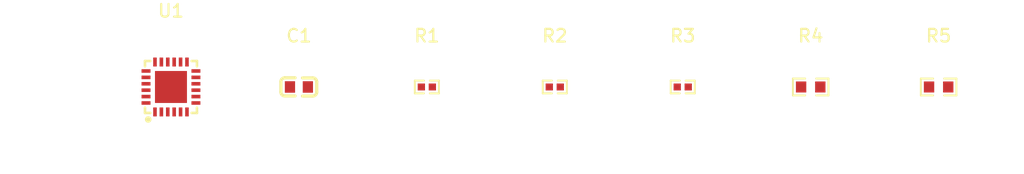
<source format=kicad_pcb>
(kicad_pcb (version 20240108) (generator "atopile") (generator_version "0.3.1-dev13+geffed9bd.d20241209")
  (layers (0 "F.Cu" signal) (31 "B.Cu" signal) (34 "B.Paste" user) (35 "F.Paste" user) (36 "B.SilkS" user "B.Silkscreen") (37 "F.SilkS" user "F.Silkscreen") (38 "B.Mask" user) (39 "F.Mask" user) (44 "Edge.Cuts" user))
  (net 0 "")
  (net 1 "net")
  (net 2 "led5")
  (net 3 "cs8")
  (net 4 "led8")
  (net 5 "net-1")
  (net 6 "signal-2")
  (net 7 "spi_csh")
  (net 8 "wake_spi_mosi")
  (net 9 "led4")
  (net 10 "hv")
  (net 11 "led6")
  (net 12 "net-3")
  (net 13 "net-4")
  (net 14 "signal-4")
  (net 15 "led1")
  (net 16 "led2")
  (net 17 "lv")
  (net 18 "led7")
  (net 19 "led3")
  (net 20 "signal-3")
  (net 21 "cs7")
  (net 22 "signal-1")
  (net 23 "signal")
  (net 24 "net-2")
  (net 25 "cs4")
  (footprint "lcsc:QFN-24_L4.0-W4.0-P0.50-BL-EP2.5" (layer "F.Cu") (at 0 0 0)
    (property "Reference" "U1" (at 0 -5.95 0) (layer "F.SilkS") (hide no))
    (property "Value" "_Microchip_Tech_CAP1188_1_CP_TR")
    (fp_line (start 1.62 -2.03) (end 2.03 -2.03) (stroke (width 0.2)) (layer "F.SilkS"))
    (fp_line (start -2.03 -1.62) (end -2.03 -2.03) (stroke (width 0.2)) (layer "F.SilkS"))
    (fp_line (start -2.03 -2.03) (end -1.62 -2.03) (stroke (width 0.2)) (layer "F.SilkS"))
    (fp_line (start -1.62 2.03) (end -2.03 2.03) (stroke (width 0.2)) (layer "F.SilkS"))
    (fp_line (start -2.03 2.03) (end -2.03 1.62) (stroke (width 0.2)) (layer "F.SilkS"))
    (fp_line (start 2.03 1.62) (end 2.03 2.03) (stroke (width 0.2)) (layer "F.SilkS"))
    (fp_line (start 2.03 2.03) (end 1.62 2.03) (stroke (width 0.2)) (layer "F.SilkS"))
    (fp_line (start 2.03 -2.03) (end 2.03 -1.62) (stroke (width 0.2)) (layer "F.SilkS"))
    (fp_circle (center -1.78 2.54) (end -1.65 2.54) (stroke (width 0.25)) (fill none) (layer "F.SilkS"))
    (fp_text user "${REFERENCE}" (at 0 -5.95 0) (layer "F.SilkS"))
    (pad "1" smd rect (at -1.25 1.95 180) (size 0.28 0.7) (layers "F.Cu" "F.Paste" "F.Mask") (net 7 "spi_csh"))
    (pad "2" smd rect (at -0.75 1.95 180) (size 0.28 0.7) (layers "F.Cu" "F.Paste" "F.Mask") (net 8 "wake_spi_mosi"))
    (pad "3" smd rect (at -0.25 1.95 180) (size 0.28 0.7) (layers "F.Cu" "F.Paste" "F.Mask") (net 13 "net-4"))
    (pad "4" smd rect (at 0.25 1.95 180) (size 0.28 0.7) (layers "F.Cu" "F.Paste" "F.Mask") (net 24 "net-2"))
    (pad "5" smd rect (at 0.75 1.95 180) (size 0.28 0.7) (layers "F.Cu" "F.Paste" "F.Mask") (net 15 "led1"))
    (pad "6" smd rect (at 1.25 1.95 180) (size 0.28 0.7) (layers "F.Cu" "F.Paste" "F.Mask") (net 16 "led2"))
    (pad "7" smd rect (at 1.95 1.25 -90) (size 0.28 0.7) (layers "F.Cu" "F.Paste" "F.Mask") (net 19 "led3"))
    (pad "8" smd rect (at 1.95 0.75 -90) (size 0.28 0.7) (layers "F.Cu" "F.Paste" "F.Mask") (net 9 "led4"))
    (pad "9" smd rect (at 1.95 0.25 -90) (size 0.28 0.7) (layers "F.Cu" "F.Paste" "F.Mask") (net 2 "led5"))
    (pad "10" smd rect (at 1.95 -0.25 -90) (size 0.28 0.7) (layers "F.Cu" "F.Paste" "F.Mask") (net 11 "led6"))
    (pad "11" smd rect (at 1.95 -0.75 -90) (size 0.28 0.7) (layers "F.Cu" "F.Paste" "F.Mask") (net 18 "led7"))
    (pad "12" smd rect (at 1.95 -1.25 -90) (size 0.28 0.7) (layers "F.Cu" "F.Paste" "F.Mask") (net 4 "led8"))
    (pad "13" smd rect (at 1.25 -1.95 0) (size 0.28 0.7) (layers "F.Cu" "F.Paste" "F.Mask") (net 1 "net"))
    (pad "14" smd rect (at 0.75 -1.95 0) (size 0.28 0.7) (layers "F.Cu" "F.Paste" "F.Mask") (net 12 "net-3"))
    (pad "15" smd rect (at 0.25 -1.95 0) (size 0.28 0.7) (layers "F.Cu" "F.Paste" "F.Mask") (net 3 "cs8"))
    (pad "16" smd rect (at -0.25 -1.95 0) (size 0.28 0.7) (layers "F.Cu" "F.Paste" "F.Mask") (net 21 "cs7"))
    (pad "17" smd rect (at -0.75 -1.95 0) (size 0.28 0.7) (layers "F.Cu" "F.Paste" "F.Mask") (net 20 "signal-3"))
    (pad "18" smd rect (at -1.25 -1.95 0) (size 0.28 0.7) (layers "F.Cu" "F.Paste" "F.Mask") (net 22 "signal-1"))
    (pad "19" smd rect (at -1.95 -1.25 90) (size 0.28 0.7) (layers "F.Cu" "F.Paste" "F.Mask") (net 25 "cs4"))
    (pad "20" smd rect (at -1.95 -0.75 90) (size 0.28 0.7) (layers "F.Cu" "F.Paste" "F.Mask") (net 6 "signal-2"))
    (pad "21" smd rect (at -1.95 -0.25 90) (size 0.28 0.7) (layers "F.Cu" "F.Paste" "F.Mask") (net 14 "signal-4"))
    (pad "22" smd rect (at -1.95 0.25 90) (size 0.28 0.7) (layers "F.Cu" "F.Paste" "F.Mask") (net 23 "signal"))
    (pad "23" smd rect (at -1.95 0.75 90) (size 0.28 0.7) (layers "F.Cu" "F.Paste" "F.Mask") (net 10 "hv"))
    (pad "24" smd rect (at -1.95 1.25 90) (size 0.28 0.7) (layers "F.Cu" "F.Paste" "F.Mask") (net 5 "net-1"))
    (pad "25" smd rect (at 0 0 90) (size 2.5 2.5) (layers "F.Cu" "F.Paste" "F.Mask") (net 17 "lv"))
  )
  (footprint "lcsc:C0603" (layer "F.Cu") (at 10 0 0)
    (property "Reference" "C1" (at 0 -4 0) (layer "F.SilkS") (hide no))
    (property "Value" "100nF ±10% 50V X7R")
    (fp_line (start 1.39 -0.4) (end 1.39 0.4) (stroke (width 0.25)) (layer "F.SilkS"))
    (fp_line (start 0.28 -0.71) (end 1.08 -0.71) (stroke (width 0.25)) (layer "F.SilkS"))
    (fp_line (start 0.28 0.71) (end 1.08 0.71) (stroke (width 0.25)) (layer "F.SilkS"))
    (fp_line (start -0.3 -0.72) (end -1.1 -0.72) (stroke (width 0.25)) (layer "F.SilkS"))
    (fp_line (start -1.41 -0.41) (end -1.41 0.39) (stroke (width 0.25)) (layer "F.SilkS"))
    (fp_line (start -0.3 0.7) (end -1.1 0.7) (stroke (width 0.25)) (layer "F.SilkS"))
    (fp_arc (start -1.1 -0.72) (mid -1.3192031021678299 -0.6292031021678297) (end -1.4100000000000001 -0.41) (stroke (width 0.25)) (layer "F.SilkS"))
    (fp_arc (start -1.41 0.39) (mid -1.3192031021678297 0.6092031021678296) (end -1.1 0.6999999999999998) (stroke (width 0.25)) (layer "F.SilkS"))
    (fp_arc (start 1.39 -0.4) (mid 1.2992031021678296 -0.6192031021678296) (end 1.08 -0.7099999999999999) (stroke (width 0.25)) (layer "F.SilkS"))
    (fp_arc (start 1.08 0.71) (mid 1.2992031021678296 0.6192031021678297) (end 1.3900000000000001 0.4) (stroke (width 0.25)) (layer "F.SilkS"))
    (fp_text user "${REFERENCE}" (at 0 -4 0) (layer "F.SilkS"))
    (pad "2" smd rect (at 0.7 0 0) (size 0.8 0.9) (layers "F.Cu" "F.Paste" "F.Mask") (net 17 "lv"))
    (pad "1" smd rect (at -0.7 0 0) (size 0.8 0.9) (layers "F.Cu" "F.Paste" "F.Mask") (net 10 "hv"))
  )
  (footprint "lcsc:R0402" (layer "F.Cu") (at 20 0 0)
    (property "Reference" "R1" (at 0 -4 0) (layer "F.SilkS") (hide no))
    (property "Value" "10kΩ ±1% 62.5mW")
    (fp_line (start -0.23 0.5) (end -0.94 0.5) (stroke (width 0.15)) (layer "F.SilkS"))
    (fp_line (start -0.94 0.5) (end -0.94 -0.5) (stroke (width 0.15)) (layer "F.SilkS"))
    (fp_line (start -0.94 -0.5) (end -0.23 -0.5) (stroke (width 0.15)) (layer "F.SilkS"))
    (fp_line (start 0.23 0.5) (end 0.94 0.5) (stroke (width 0.15)) (layer "F.SilkS"))
    (fp_line (start 0.94 0.5) (end 0.94 -0.5) (stroke (width 0.15)) (layer "F.SilkS"))
    (fp_line (start 0.94 -0.5) (end 0.23 -0.5) (stroke (width 0.15)) (layer "F.SilkS"))
    (fp_text user "${REFERENCE}" (at 0 -4 0) (layer "F.SilkS"))
    (pad "2" smd rect (at 0.43 0 0) (size 0.57 0.54) (layers "F.Cu" "F.Paste" "F.Mask") (net 17 "lv"))
    (pad "1" smd rect (at -0.43 0 0) (size 0.57 0.54) (layers "F.Cu" "F.Paste" "F.Mask") (net 12 "net-3"))
  )
  (footprint "lcsc:R0402" (layer "F.Cu") (at 30 0 0)
    (property "Reference" "R2" (at 0 -4 0) (layer "F.SilkS") (hide no))
    (property "Value" "10kΩ ±1% 62.5mW")
    (fp_line (start -0.23 0.5) (end -0.94 0.5) (stroke (width 0.15)) (layer "F.SilkS"))
    (fp_line (start -0.94 0.5) (end -0.94 -0.5) (stroke (width 0.15)) (layer "F.SilkS"))
    (fp_line (start -0.94 -0.5) (end -0.23 -0.5) (stroke (width 0.15)) (layer "F.SilkS"))
    (fp_line (start 0.23 0.5) (end 0.94 0.5) (stroke (width 0.15)) (layer "F.SilkS"))
    (fp_line (start 0.94 0.5) (end 0.94 -0.5) (stroke (width 0.15)) (layer "F.SilkS"))
    (fp_line (start 0.94 -0.5) (end 0.23 -0.5) (stroke (width 0.15)) (layer "F.SilkS"))
    (fp_text user "${REFERENCE}" (at 0 -4 0) (layer "F.SilkS"))
    (pad "2" smd rect (at 0.43 0 0) (size 0.57 0.54) (layers "F.Cu" "F.Paste" "F.Mask") (net 17 "lv"))
    (pad "1" smd rect (at -0.43 0 0) (size 0.57 0.54) (layers "F.Cu" "F.Paste" "F.Mask") (net 5 "net-1"))
  )
  (footprint "lcsc:R0402" (layer "F.Cu") (at 40 0 0)
    (property "Reference" "R3" (at 0 -4 0) (layer "F.SilkS") (hide no))
    (property "Value" "10kΩ ±1% 62.5mW")
    (fp_line (start -0.23 0.5) (end -0.94 0.5) (stroke (width 0.15)) (layer "F.SilkS"))
    (fp_line (start -0.94 0.5) (end -0.94 -0.5) (stroke (width 0.15)) (layer "F.SilkS"))
    (fp_line (start -0.94 -0.5) (end -0.23 -0.5) (stroke (width 0.15)) (layer "F.SilkS"))
    (fp_line (start 0.23 0.5) (end 0.94 0.5) (stroke (width 0.15)) (layer "F.SilkS"))
    (fp_line (start 0.94 0.5) (end 0.94 -0.5) (stroke (width 0.15)) (layer "F.SilkS"))
    (fp_line (start 0.94 -0.5) (end 0.23 -0.5) (stroke (width 0.15)) (layer "F.SilkS"))
    (fp_text user "${REFERENCE}" (at 0 -4 0) (layer "F.SilkS"))
    (pad "2" smd rect (at 0.43 0 0) (size 0.57 0.54) (layers "F.Cu" "F.Paste" "F.Mask") (net 10 "hv"))
    (pad "1" smd rect (at -0.43 0 0) (size 0.57 0.54) (layers "F.Cu" "F.Paste" "F.Mask") (net 1 "net"))
  )
  (footprint "lcsc:R0603" (layer "F.Cu") (at 50 0 0)
    (property "Reference" "R4" (at 0 -4 0) (layer "F.SilkS") (hide no))
    (property "Value" "1kΩ ±1% 100mW")
    (fp_line (start 0.43 0.66) (end 1.39 0.66) (stroke (width 0.15)) (layer "F.SilkS"))
    (fp_line (start 1.39 0.66) (end 1.39 -0.66) (stroke (width 0.15)) (layer "F.SilkS"))
    (fp_line (start 1.39 -0.66) (end 0.43 -0.66) (stroke (width 0.15)) (layer "F.SilkS"))
    (fp_line (start -0.43 0.66) (end -1.39 0.66) (stroke (width 0.15)) (layer "F.SilkS"))
    (fp_line (start -1.39 0.66) (end -1.39 -0.66) (stroke (width 0.15)) (layer "F.SilkS"))
    (fp_line (start -1.39 -0.66) (end -0.43 -0.66) (stroke (width 0.15)) (layer "F.SilkS"))
    (fp_text user "${REFERENCE}" (at 0 -4 0) (layer "F.SilkS"))
    (pad "2" smd rect (at 0.75 0 0) (size 0.81 0.86) (layers "F.Cu" "F.Paste" "F.Mask") (net 10 "hv"))
    (pad "1" smd rect (at -0.75 0 0) (size 0.81 0.86) (layers "F.Cu" "F.Paste" "F.Mask") (net 24 "net-2"))
  )
  (footprint "lcsc:R0603" (layer "F.Cu") (at 60 0 0)
    (property "Reference" "R5" (at 0 -4 0) (layer "F.SilkS") (hide no))
    (property "Value" "1kΩ ±1% 100mW")
    (fp_line (start 0.43 0.66) (end 1.39 0.66) (stroke (width 0.15)) (layer "F.SilkS"))
    (fp_line (start 1.39 0.66) (end 1.39 -0.66) (stroke (width 0.15)) (layer "F.SilkS"))
    (fp_line (start 1.39 -0.66) (end 0.43 -0.66) (stroke (width 0.15)) (layer "F.SilkS"))
    (fp_line (start -0.43 0.66) (end -1.39 0.66) (stroke (width 0.15)) (layer "F.SilkS"))
    (fp_line (start -1.39 0.66) (end -1.39 -0.66) (stroke (width 0.15)) (layer "F.SilkS"))
    (fp_line (start -1.39 -0.66) (end -0.43 -0.66) (stroke (width 0.15)) (layer "F.SilkS"))
    (fp_text user "${REFERENCE}" (at 0 -4 0) (layer "F.SilkS"))
    (pad "2" smd rect (at 0.75 0 0) (size 0.81 0.86) (layers "F.Cu" "F.Paste" "F.Mask") (net 10 "hv"))
    (pad "1" smd rect (at -0.75 0 0) (size 0.81 0.86) (layers "F.Cu" "F.Paste" "F.Mask") (net 13 "net-4"))
  )
)
</source>
